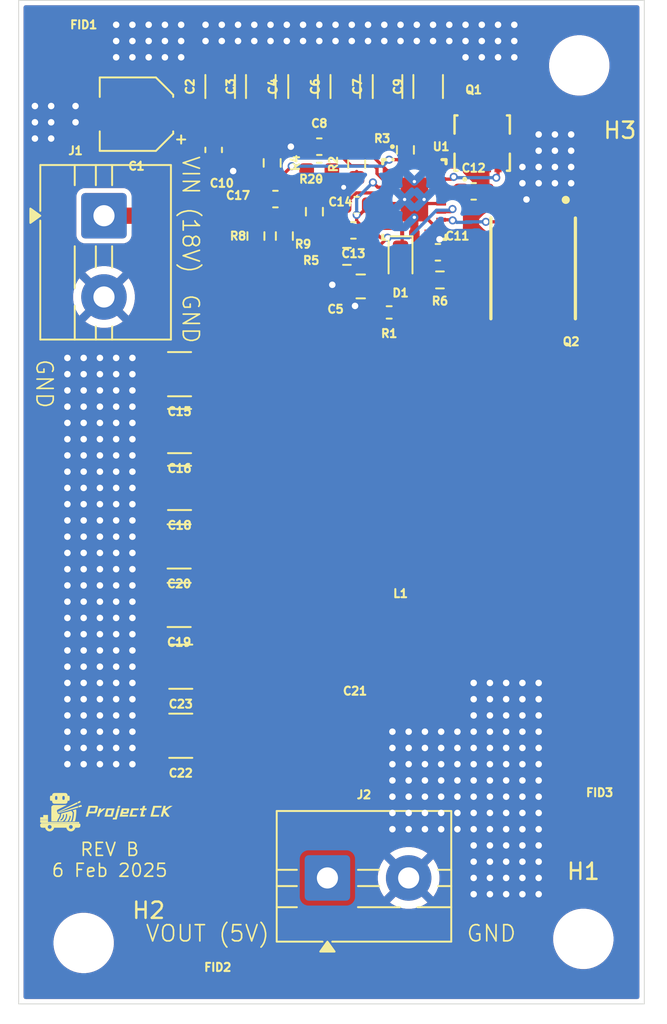
<source format=kicad_pcb>
(kicad_pcb (version 20241229) (generator "pcbnew") (generator_version "9.0")
  (title_block (title "18V to 5V 15A buck converter") (date "2026-02-06") (rev "B"))
  (layers (0 "F.Cu" signal) (4 "In1.Cu" signal) (6 "In2.Cu" signal) (2 "B.Cu" signal) (13 "F.Paste" user) (15 "B.Paste" user) (5 "F.SilkS" user "F.Silkscreen") (7 "B.SilkS" user "B.Silkscreen") (1 "F.Mask" user) (3 "B.Mask" user) (25 "Edge.Cuts" user))
  (net 0 "")
  (net 1 "GND")
  (net 2 "/BST")
  (net 3 "/SW")
  (net 4 "/VOUT")
  (net 5 "/SYNCIN")
  (net 6 "/ILIM")
  (net 7 "/SS")
  (net 8 "Net-(U1-COMP)")
  (net 9 "Net-(C17-Pad2)")
  (net 10 "/PGOOD")
  (net 11 "/LG")
  (net 12 "/HG")
  (net 13 "/RT")
  (net 17 "Net-(C13-Pad2)")
  (net 18 "Net-(U1-FB)")
  (net 19 "Net-(D1-A)")
  (net 20 "+18V")
  (net 21 "/EN")
  (net 22 "Net-(R20-Pad1)")
  (footprint "Capacitor_SMD:C_1206_3216Metric" (layer "F.Cu") (at 159.7 99.3 90)
    (property "Reference" "C7")
    (property "Value" "4.7 uF")
  )
  (footprint "TerminalBlock:TerminalBlock_MaiXu_MX126-5.0-02P_1x02_P5.00mm" (layer "F.Cu") (at 142.25 107.25 -90)
    (property "Reference" "J1")
    (property "Value" "Conn_01x02_Socket")
  )
  (footprint "MountingHole:MountingHole_3.2mm_M3" (layer "F.Cu") (at 171.5 98)
    (property "Reference" "H3")
    (property "Value" "MountingHole")
  )
  (footprint "Capacitor_SMD:C_0603_1608Metric" (layer "F.Cu") (at 157.6 108.15 180)
    (property "Reference" "C13")
    (property "Value" "4.7nF")
  )
  (footprint "Fiducial:Fiducial_1mm_Mask2mm" (layer "F.Cu") (at 139.5 97)
    (property "Reference" "FID1")
    (property "Value" "Fiducial")
  )
  (footprint "Capacitor_SMD:C_1206_3216Metric" (layer "F.Cu") (at 151.9 99.3 90)
    (property "Reference" "C3")
    (property "Value" "4.7 uF")
  )
  (footprint "MountingHole:MountingHole_3.2mm_M3" (layer "F.Cu") (at 141 152)
    (property "Reference" "H2")
    (property "Value" "MountingHole")
  )
  (footprint "Resistor_SMD:R_0603_1608Metric" (layer "F.Cu") (at 162.925 111.2)
    (property "Reference" "R6")
    (property "Value" "510Ω")
  )
  (footprint "Fiducial:Fiducial_1mm_Mask2mm" (layer "F.Cu") (at 172.75 144.75)
    (property "Reference" "FID3")
    (property "Value" "Fiducial")
  )
  (footprint "Capacitor_SMD:C_0805_2012Metric" (layer "F.Cu") (at 158.05 111.6)
    (property "Reference" "C5")
    (property "Value" "2.2 μF")
  )
  (footprint "Capacitor_SMD:C_0603_1608Metric" (layer "F.Cu") (at 162.8 109.5)
    (property "Reference" "C11")
    (property "Value" "10 pF")
  )
  (footprint "Capacitor_SMD:C_1210_3225Metric" (layer "F.Cu") (at 146.975 135 180)
    (property "Reference" "C23")
    (property "Value" "47 μF")
  )
  (footprint "Capacitor_SMD:C_0603_1608Metric" (layer "F.Cu") (at 165 105.75)
    (property "Reference" "C12")
    (property "Value" "0.1 μF")
  )
  (footprint "LOGO" (layer "F.Cu") (at 142.3285 143.5)
    (property "Reference" "G***" (hide yes))
    (property "Value" "LOGO" (hide yes))
  )
  (footprint "Capacitor_SMD:CP_Elec_4x5.4" (layer "F.Cu") (at 144.25 101 180)
    (property "Reference" "C1")
    (property "Value" "220 uF")
  )
  (footprint "Capacitor_SMD:C_0603_1608Metric" (layer "F.Cu") (at 149 103.2 90)
    (property "Reference" "C10")
    (property "Value" "0.1 μF")
  )
  (footprint "Resistor_SMD:R_0603_1608Metric" (layer "F.Cu") (at 151.6 108.5 -90)
    (property "Reference" "R8")
    (property "Value" "430Ω")
  )
  (footprint "Capacitor_SMD:C_1210_3225Metric" (layer "F.Cu") (at 146.9 124 180)
    (property "Reference" "C18")
    (property "Value" "47 μF")
  )
  (footprint "Capacitor_SMD:C_0603_1608Metric" (layer "F.Cu") (at 155.5 104.5)
    (property "Reference" "R20")
    (property "Value" "9.1kΩ")
  )
  (footprint "Buck_Footprint_Library:MS1770-3R3M" (layer "F.Cu") (at 159.8 121.8 180)
    (property "Reference" "L1")
    (property "Value" "3.3uH")
  )
  (footprint "Buck_Footprint_Library:WDFN8_511AB_ONS" (layer "F.Cu") (at 165.525001 102.78 90)
    (property "Reference" "Q1")
    (property "Value" "NVTFS5C670NLTAG")
  )
  (footprint "LED_SMD:LED_0603_1608Metric" (layer "F.Cu") (at 160.5 110 -90)
    (property "Reference" "D1")
    (property "Value" "R LED")
  )
  (footprint "Resistor_SMD:R_0603_1608Metric" (layer "F.Cu") (at 152.6 104 -90)
    (property "Reference" "R4")
    (property "Value" "4.7kΩ")
  )
  (footprint "Capacitor_SMD:C_1206_3216Metric" (layer "F.Cu") (at 149.4 99.3 90)
    (property "Reference" "C2")
    (property "Value" "4.7 uF")
  )
  (footprint "TerminalBlock:TerminalBlock_MaiXu_MX126-5.0-02P_1x02_P5.00mm" (layer "F.Cu") (at 156 148)
    (property "Reference" "J2")
    (property "Value" "Conn_01x02_Socket")
  )
  (footprint "Buck_Footprint_Library:RGY0020B" (layer "F.Cu") (at 161.350001 106.25)
    (property "Reference" "U1")
    (property "Value" "LM5146QRGYTQ1")
  )
  (footprint "Buck_Footprint_Library:INF-PG-TDSON-8-FL" (layer "F.Cu") (at 168.6604 110.475 -90)
    (property "Reference" "Q2")
    (property "Value" "BSC014N06NS")
  )
  (footprint "Resistor_SMD:R_0603_1608Metric" (layer "F.Cu") (at 157.2 109.75 180)
    (property "Reference" "R5")
    (property "Value" "4.3kΩ")
  )
  (footprint "Resistor_SMD:R_0402_1005Metric" (layer "F.Cu") (at 159.8 113.2)
    (property "Reference" "R1")
    (property "Value" "4.7 kΩ")
  )
  (footprint "Capacitor_SMD:C_1206_3216Metric" (layer "F.Cu") (at 162.2 99.3 90)
    (property "Reference" "C9")
    (property "Value" "4.7 uF")
  )
  (footprint "Capacitor_SMD:C_1210_3225Metric" (layer "F.Cu") (at 146.875 131.2 180)
    (property "Reference" "C19")
    (property "Value" "47 μF")
  )
  (footprint "Resistor_SMD:R_0603_1608Metric" (layer "F.Cu") (at 153.35 108.5 -90)
    (property "Reference" "R9")
    (property "Value" "22kΩ")
  )
  (footprint "MountingHole:MountingHole_3.2mm_M3" (layer "F.Cu") (at 171.75 151.75)
    (property "Reference" "H1")
    (property "Value" "MountingHole")
  )
  (footprint "Capacitor_SMD:C_1210_3225Metric" (layer "F.Cu") (at 146.975 139.25 180)
    (property "Reference" "C22")
    (property "Value" "47 μF")
  )
  (footprint "Capacitor_SMD:C_0603_1608Metric" (layer "F.Cu") (at 152.8 106.225 180)
    (property "Reference" "C17")
    (property "Value" "2.7nF")
  )
  (footprint "Capacitor_SMD:C_1210_3225Metric" (layer "F.Cu") (at 146.9 120.5 180)
    (property "Reference" "C16")
    (property "Value" "47 μF")
  )
  (footprint "Capacitor_SMD:C_0603_1608Metric" (layer "F.Cu") (at 155.5 103)
    (property "Reference" "C8")
    (property "Value" "1uF")
  )
  (footprint "Resistor_SMD:R_0603_1608Metric" (layer "F.Cu") (at 155.2 107 90)
    (property "Reference" "R7" (hide yes))
    (property "Value" "7.5 kΩ")
  )
  (footprint "Fiducial:Fiducial_1mm_Mask2mm" (layer "F.Cu") (at 146.75 153.7)
    (property "Reference" "FID2")
    (property "Value" "Fiducial")
  )
  (footprint "Capacitor_SMD:C_1210_3225Metric" (layer "F.Cu") (at 146.875 127.6 180)
    (property "Reference" "C20")
    (property "Value" "47 μF")
  )
  (footprint "Capacitor_SMD:C_1206_3216Metric" (layer "F.Cu") (at 154.5 99.3 90)
    (property "Reference" "C4")
    (property "Value" "4.7 uF")
  )
  (footprint "Resistor_SMD:R_0603_1608Metric" (layer "F.Cu") (at 160.8 103.2 90)
    (property "Reference" "R3")
    (property "Value" "49.9kΩ")
  )
  (footprint "Capacitor_SMD:C_1206_3216Metric" (layer "F.Cu") (at 157.1 99.3 90)
    (property "Reference" "C6")
    (property "Value" "4.7 uF")
  )
  (footprint "Buck_Footprint_Library:MA35V680M10X13" (layer "F.Cu") (at 157.7 137)
    (property "Reference" "C21")
    (property "Value" "680 µF")
  )
  (footprint "Capacitor_SMD:C_0603_1608Metric" (layer "F.Cu") (at 157.8 106.6 180)
    (property "Reference" "C14")
    (property "Value" "68pF")
  )
  (footprint "Capacitor_SMD:C_1210_3225Metric" (layer "F.Cu") (at 146.9 117 180)
    (property "Reference" "C15")
    (property "Value" "47 μF")
  )
  (footprint "Resistor_SMD:R_0603_1608Metric" (layer "F.Cu") (at 157.8 104.075 90)
    (property "Reference" "R2")
    (property "Value" "33kΩ")
  )
  (gr_circle (center 160 103) (end 159.95 103) (stroke (width 0.2)) (fill yes) (layer "F.SilkS"))
  (gr_circle (center 164.45 105) (end 164.4 105) (stroke (width 0.2)) (fill yes) (layer "F.SilkS"))
  (gr_line (start 137 94) (end 175.5 94) (stroke (width 0.05)) (layer "Edge.Cuts"))
  (gr_line (start 137 155.75) (end 137 94) (stroke (width 0.05)) (layer "Edge.Cuts"))
  (gr_line (start 175.5 155.75) (end 175.5 94) (stroke (width 0.05)) (layer "Edge.Cuts"))
  (gr_line (start 137 155.75) (end 175.5 155.75) (stroke (width 0.05)) (layer "Edge.Cuts"))
  (gr_text "VOUT (5V)" (at 144.75 152 0) (layer "F.SilkS") (effects (font (size 1 1) (thickness 0.1)) (justify left bottom)))
  (gr_text "VIN (18V)" (at 147 103.5 270) (layer "F.SilkS") (effects (font (size 1 1) (thickness 0.1)) (justify left bottom)))
  (gr_text "GND" (at 164.5 152 0) (layer "F.SilkS") (effects (font (size 1 1) (thickness 0.1)) (justify left bottom)))
  (gr_text "GND" (at 147 112 270) (layer "F.SilkS") (effects (font (size 1 1) (thickness 0.1)) (justify left bottom)))
  (gr_text "GND" (at 138 116 270) (layer "F.SilkS") (effects (font (size 1 1) (thickness 0.1)) (justify left bottom)))
  (gr_text "REV B\n6 Feb 2025" (at 142.6 148 0) (layer "F.SilkS") (effects (font (size 0.8 0.8) (thickness 0.1)) (justify bottom)))
  (segment (start 161.95 106.25) (end 161.95 106.750001) (width 0.2) (layer "F.Cu") (net 1))
  (segment (start 157.8 104.9) (end 157.6 104.9) (width 0.2) (layer "F.Cu") (net 1))
  (segment (start 157.725 112.225) (end 157.725 112.775) (width 1) (layer "F.Cu") (net 1))
  (segment (start 162.9 109.42) (end 162.98 109.5) (width 0.2) (layer "F.Cu") (net 1))
  (segment (start 157.6 104.9) (end 157 105.5) (width 0.2) (layer "F.Cu") (net 1))
  (segment (start 157.725 112.775) (end 157.7 112.8) (width 1) (layer "F.Cu") (net 1))
  (segment (start 163 108.000001) (end 162.599999 108.000001) (width 0.2) (layer "F.Cu") (net 1))
  (segment (start 149.525 104.5) (end 149 103.975) (width 0.2) (layer "F.Cu") (net 1))
  (segment (start 153.575 103.175) (end 153.75 103) (width 0.2) (layer "F.Cu") (net 1))
  (segment (start 157 111.5) (end 157.725 112.225) (width 1) (layer "F.Cu") (net 1))
  (segment (start 141.95 101.5) (end 142.45 101) (width 1) (layer "F.Cu") (net 1))
  (segment (start 163 106.5) (end 161.600001 106.5) (width 0.2) (layer "F.Cu") (net 1))
  (segment (start 160.750002 106.25) (end 160.750002 105.749999) (width 0.2) (layer "F.Cu") (net 1))
  (segment (start 161.350001 105.650001) (end 161.95 106.25) (width 0.2) (layer "F.Cu") (net 1))
  (segment (start 157.8 104.525) (end 157.8 104.9) (width 0.2) (layer "F.Cu") (net 1))
  (segment (start 156.3 111.5) (end 157 111.5) (width 1) (layer "F.Cu") (net 1))
  (segment (start 161.350001 105.15) (end 161.350001 105.650001) (width 0.2) (layer "F.Cu") (net 1))
  (segment (start 159.700002 106.500002) (end 160.5 106.500002) (width 0.2) (layer "F.Cu") (net 1))
  (segment (start 140.5 101.5) (end 141.95 101.5) (width 1) (layer "F.Cu") (net 1))
  (segment (start 162.9 108.7) (end 162.9 109.42) (width 0.2) (layer "F.Cu") (net 1))
  (segment (start 163 108.000001) (end 162.599998 108.000001) (width 0.2) (layer "F.Cu") (net 1))
  (segment (start 156.3 109.7625) (end 156.2875 109.75) (width 1) (layer "F.Cu") (net 1))
  (segment (start 156.3 111.5) (end 156.3 109.7625) (width 1) (layer "F.Cu") (net 1))
  (segment (start 150.2 104.5) (end 149.525 104.5) (width 0.2) (layer "F.Cu") (net 1))
  (segment (start 160.5 106.500002) (end 160.750002 106.25) (width 0.2) (layer "F.Cu") (net 1))
  (segment (start 161.600001 106.5) (end 161.350001 106.25) (width 0.2) (layer "F.Cu") (net 1))
  (segment (start 161.350001 106.64148) (end 161.350001 106.25) (width 0.2) (layer "F.Cu") (net 1))
  (segment (start 163 108.000001) (end 163 108.6) (width 0.2) (layer "F.Cu") (net 1))
  (segment (start 150.2 104.5) (end 151.525 103.175) (width 0.2) (layer "F.Cu") (net 1))
  (segment (start 152.6 103.175) (end 153.575 103.175) (width 0.2) (layer "F.Cu") (net 1))
  (segment (start 153.75 103) (end 154.725 103) (width 0.2) (layer "F.Cu") (net 1))
  (segment (start 160.750002 106.750001) (end 161.350001 107.35) (width 0.2) (layer "F.Cu") (net 1))
  (segment (start 163 107.999999) (end 162.70852 107.999999) (width 0.2) (layer "F.Cu") (net 1))
  (segment (start 162.70852 107.999999) (end 161.350001 106.64148) (width 0.2) (layer "F.Cu") (net 1))
  (segment (start 157.7 112.8) (end 157.7 111.8) (width 1) (layer "F.Cu") (net 1))
  (segment (start 162.98 109.5) (end 163.575 109.5) (width 0.2) (layer "F.Cu") (net 1))
  (segment (start 160.750002 105.749999) (end 161.350001 105.15) (width 0.2) (layer "F.Cu") (net 1))
  (segment (start 163 108.6) (end 162.9 108.7) (width 0.2) (layer "F.Cu") (net 1))
  (segment (start 160.750002 106.25) (end 160.750002 106.750001) (width 0.2) (layer "F.Cu") (net 1))
  (segment (start 161.95 106.750001) (end 161.350001 107.35) (width 0.2) (layer "F.Cu") (net 1))
  (segment (start 161.099999 106.500002) (end 161.350001 106.25) (width 0.2) (layer "F.Cu") (net 1))
  (segment (start 140.5 100.5) (end 141.95 100.5) (width 1) (layer "F.Cu") (net 1))
  (segment (start 151.525 103.175) (end 152.6 103.175) (width 0.2) (layer "F.Cu") (net 1))
  (segment (start 141.95 100.5) (end 142.45 101) (width 1) (layer "F.Cu") (net 1))
  (via (at 143 137) (size 0.8) (drill 0.4) (layers "F.Cu" "B.Cu") (net 1))
  (via (at 162 143) (size 0.8) (drill 0.4) (layers "F.Cu" "B.Cu") (net 1))
  (via (at 162 140) (size 0.8) (drill 0.4) (layers "F.Cu" "B.Cu") (net 1))
  (via (at 140 141) (size 0.8) (drill 0.4) (layers "F.Cu" "B.Cu") (net 1))
  (via (at 169 147) (size 0.8) (drill 0.4) (layers "F.Cu" "B.Cu") (net 1))
  (via (at 142 126) (size 0.8) (drill 0.4) (layers "F.Cu" "B.Cu") (net 1))
  (via (at 143 117) (size 0.8) (drill 0.4) (layers "F.Cu" "B.Cu") (net 1))
  (via (at 142 132) (size 0.8) (drill 0.4) (layers "F.Cu" "B.Cu") (net 1))
  (via (at 150.5 96.5) (size 0.8) (drill 0.4) (layers "F.Cu" "B.Cu") (net 1))
  (via (at 164.5 97.5) (size 0.8) (drill 0.4) (layers "F.Cu" "B.Cu") (net 1))
  (via (at 139 101.5) (size 0.8) (drill 0.4) (layers "F.Cu" "B.Cu") (net 1))
  (via (at 142 116) (size 0.8) (drill 0.4) (layers "F.Cu" "B.Cu") (net 1))
  (via (at 140 131) (size 0.8) (drill 0.4) (layers "F.Cu" "B.Cu") (net 1))
  (via (at 140 123) (size 0.8) (drill 0.4) (layers "F.Cu" "B.Cu") (net 1))
  (via (at 169 145) (size 0.8) (drill 0.4) (layers "F.Cu" "B.Cu") (net 1))
  (via (at 142 117) (size 0.8) (drill 0.4) (layers "F.Cu" "B.Cu") (net 1))
  (via (at 143 119) (size 0.8) (drill 0.4) (layers "F.Cu" "B.Cu") (net 1))
  (via (at 140 121) (size 0.8) (drill 0.4) (layers "F.Cu" "B.Cu") (net 1))
  (via (at 138 102.5) (size 0.8) (drill 0.4) (layers "F.Cu" "B.Cu") (net 1))
  (via (at 144 130) (size 0.8) (drill 0.4) (layers "F.Cu" "B.Cu") (net 1))
  (via (at 167 149) (size 0.8) (drill 0.4) (layers "F.Cu" "B.Cu") (net 1))
  (via (at 164 139) (size 0.8) (drill 0.4) (layers "F.Cu" "B.Cu") (net 1))
  (via (at 161 145) (size 0.8) (drill 0.4) (layers "F.Cu" "B.Cu") (net 1))
  (via (at 157 105.5) (size 0.5) (drill 0.3) (layers "F.Cu" "B.Cu") (net 1))
  (via (at 150.2 104.5) (size 0.8) (drill 0.4) (layers "F.Cu" "B.Cu") (net 1))
  (via (at 165 138) (size 0.8) (drill 0.4) (layers "F.Cu" "B.Cu") (net 1))
  (via (at 165 142) (size 0.8) (drill 0.4) (layers "F.Cu" "B.Cu") (net 1))
  (via (at 153.75 103) (size 0.8) (drill 0.4) (layers "F.Cu" "B.Cu") (net 1))
  (via (at 140 133) (size 0.8) (drill 0.4) (layers "F.Cu" "B.Cu") (net 1))
  (via (at 140 126) (size 0.8) (drill 0.4) (layers "F.Cu" "B.Cu") (net 1))
  (via (at 144 125) (size 0.8) (drill 0.4) (layers "F.Cu" "B.Cu") (net 1))
  (via (at 166 145) (size 0.8) (drill 0.4) (layers "F.Cu" "B.Cu") (net 1))
  (via (at 143 123) (size 0.8) (drill 0.4) (layers "F.Cu" "B.Cu") (net 1))
  (via (at 164 143) (size 0.8) (drill 0.4) (layers "F.Cu" "B.Cu") (net 1))
  (via (at 143 96.5) (size 0.8) (drill 0.4) (layers "F.Cu" "B.Cu") (net 1))
  (via (at 161 142) (size 0.8) (drill 0.4) (layers "F.Cu" "B.Cu") (net 1))
  (via (at 167 144) (size 0.8) (drill 0.4) (layers "F.Cu" "B.Cu") (net 1))
  (via (at 140 117) (size 0.8) (drill 0.4) (layers "F.Cu" "B.Cu") (net 1))
  (via (at 167 136) (size 0.8) (drill 0.4) (layers "F.Cu" "B.Cu") (net 1))
  (via (at 162 145) (size 0.8) (drill 0.4) (layers "F.Cu" "B.Cu") (net 1))
  (via (at 143 136) (size 0.8) (drill 0.4) (layers "F.Cu" "B.Cu") (net 1))
  (via (at 143 120) (size 0.8) (drill 0.4) (layers "F.Cu" "B.Cu") (net 1))
  (via (at 140 118) (size 0.8) (drill 0.4) (layers "F.Cu" "B.Cu") (net 1))
  (via (at 162 139) (size 0.8) (drill 0.4) (layers "F.Cu" "B.Cu") (net 1))
  (via (at 150.5 95.5) (size 0.8) (drill 0.4) (layers "F.Cu" "B.Cu") (net 1))
  (via (at 143 95.5) (size 0.8) (drill 0.4) (layers "F.Cu" "B.Cu") (net 1))
  (via (at 167.5 96.5) (size 0.8) (drill 0.4) (layers "F.Cu" "B.Cu") (net 1))
  (via (at 171 103.25) (size 0.8) (drill 0.4) (layers "F.Cu" "B.Cu") (net 1))
  (via (at 141 134) (size 0.8) (drill 0.4) (layers "F.Cu" "B.Cu") (net 1))
  (via (at 143 135) (size 0.8) (drill 0.4) (layers "F.Cu" "B.Cu") (net 1))
  (via (at 142 131) (size 0.8) (drill 0.4) (layers "F.Cu" "B.Cu") (net 1))
  (via (at 141 123) (size 0.8) (drill 0.4) (layers "F.Cu" "B.Cu") (net 1))
  (via (at 165 141) (size 0.8) (drill 0.4) (layers "F.Cu" "B.Cu") (net 1))
  (via (at 169 143) (size 0.8) (drill 0.4) (layers "F.Cu" "B.Cu") (net 1))
  (via (at 144 137) (size 0.8) (drill 0.4) (layers "F.Cu" "B.Cu") (net 1))
  (via (at 160 144) (size 0.8) (drill 0.4) (layers "F.Cu" "B.Cu") (net 1))
  (via (at 144 97.5) (size 0.8) (drill 0.4) (layers "F.Cu" "B.Cu") (net 1))
  (via (at 140 128) (size 0.8) (drill 0.4) (layers "F.Cu" "B.Cu") (net 1))
  (via (at 140 122) (size 0.8) (drill 0.4) (layers "F.Cu" "B.Cu") (net 1))
  (via (at 143 124) (size 0.8) (drill 0.4) (layers "F.Cu" "B.Cu") (net 1))
  (via (at 145 95.5) (size 0.8) (drill 0.4) (layers "F.Cu" "B.Cu") (net 1))
  (via (at 163 144) (size 0.8) (drill 0.4) (layers "F.Cu" "B.Cu") (net 1))
  (via (at 165 140) (size 0.8) (drill 0.4) (layers "F.Cu" "B.Cu") (net 1))
  (via (at 144 96.5) (size 0.8) (drill 0.4) (layers "F.Cu" "B.Cu") (net 1))
  (via (at 139 102.5) (size 0.8) (drill 0.4) (layers "F.Cu" "B.Cu") (net 1))
  (via (at 142 133) (size 0.8) (drill 0.4) (layers "F.Cu" "B.Cu") (net 1))
  (via (at 141 127) (size 0.8) (drill 0.4) (layers "F.Cu" "B.Cu") (net 1))
  (via (at 169 104.25) (size 0.8) (drill 0.4) (layers "F.Cu" "B.Cu") (net 1))
  (via (at 159.5 96.5) (size 0.8) (drill 0.4) (layers "F.Cu" "B.Cu") (net 1))
  (via (at 168 136) (size 0.8) (drill 0.4) (layers "F.Cu" "B.Cu") (net 1))
  (via (at 140 125) (size 0.8) (drill 0.4) (layers "F.Cu" "B.Cu") (net 1))
  (via (at 162 142) (size 0.8) (drill 0.4) (layers "F.Cu" "B.Cu") (net 1))
  (via (at 142 138) (size 0.8) (drill 0.4) (layers "F.Cu" "B.Cu") (net 1))
  (via (at 141 122) (size 0.8) (drill 0.4) (layers "F.Cu" "B.Cu") (net 1))
  (via (at 165.5 96.5) (size 0.8) (drill 0.4) (layers "F.Cu" "B.Cu") (net 1))
  (via (at 144 123) (size 0.8) (drill 0.4) (layers "F.Cu" "B.Cu") (net 1))
  (via (at 143 134) (size 0.8) (drill 0.4) (layers "F.Cu" "B.Cu") (net 1))
  (via (at 142 129) (size 0.8) (drill 0.4) (layers "F.Cu" "B.Cu") (net 1))
  (via (at 141 135) (size 0.8) (drill 0.4) (layers "F.Cu" "B.Cu") (net 1))
  (via (at 157.7 112.8) (size 0.8) (drill 0.4) (layers "F.Cu" "B.Cu") (net 1))
  (via (at 168 140) (size 0.8) (drill 0.4) (layers "F.Cu" "B.Cu") (net 1))
  (via (at 147 96.5) (size 0.8) (drill 0.4) (layers "F.Cu" "B.Cu") (net 1))
  (via (at 161 143) (size 0.8) (drill 0.4) (layers "F.Cu" "B.Cu") (net 1))
  (via (at 141 141) (size 0.8) (drill 0.4) (layers "F.Cu" "B.Cu") (net 1))
  (via (at 167 143) (size 0.8) (drill 0.4) (layers "F.Cu" "B.Cu") (net 1))
  (via (at 153.5 95.5) (size 0.8) (drill 0.4) (layers "F.Cu" "B.Cu") (net 1))
  (via (at 143 129) (size 0.8) (drill 0.4) (layers "F.Cu" "B.Cu") (net 1))
  (via (at 144 139) (size 0.8) (drill 0.4) (layers "F.Cu" "B.Cu") (net 1))
  (via (at 169 103.25) (size 0.8) (drill 0.4) (layers "F.Cu" "B.Cu") (net 1))
  (via (at 144 135) (size 0.8) (drill 0.4) (layers "F.Cu" "B.Cu") (net 1))
  (via (at 168 146) (size 0.8) (drill 0.4) (layers "F.Cu" "B.Cu") (net 1))
  (via (at 166 143) (size 0.8) (drill 0.4) (layers "F.Cu" "B.Cu") (net 1))
  (via (at 144 131) (size 0.8) (drill 0.4) (layers "F.Cu" "B.Cu") (net 1))
  (via (at 166 147) (size 0.8) (drill 0.4) (layers "F.Cu" "B.Cu") (net 1))
  (via (at 169 136) (size 0.8) (drill 0.4) (layers "F.Cu" "B.Cu") (net 1))
  (via (at 141 138) (size 0.8) (drill 0.4) (layers "F.Cu" "B.Cu") (net 1))
  (via (at 164 145) (size 0.8) (drill 0.4) (layers "F.Cu" "B.Cu") (net 1))
  (via (at 140 124) (size 0.8) (drill 0.4) (layers "F.Cu" "B.Cu") (net 1))
  (via (at 147 97.5) (size 0.8) (drill 0.4) (layers "F.Cu" "B.Cu") (net 1))
  (via (at 169 149) (size 0.8) (drill 0.4) (layers "F.Cu" "B.Cu") (net 1))
  (via (at 169 142) (size 0.8) (drill 0.4) (layers "F.Cu" "B.Cu") (net 1))
  (via (at 166 140) (size 0.8) (drill 0.4) (layers "F.Cu" "B.Cu") (net 1))
  (via (at 148.5 96.5) (size 0.8) (drill 0.4) (layers "F.Cu" "B.Cu") (net 1))
  (via (at 140.5 101.5) (size 0.8) (drill 0.4) (layers "F.Cu" "B.Cu") (net 1))
  (via (at 165 144) (size 0.8) (drill 0.4) (layers "F.Cu" "B.Cu") (net 1))
  (via (at 161.5 96.5) (size 0.8) (drill 0.4) (layers "F.Cu" "B.Cu") (net 1))
  (via (at 142 140) (size 0.8) (drill 0.4) (layers "F.Cu" "B.Cu") (net 1))
  (via (at 169 105.25) (size 0.8) (drill 0.4) (layers "F.Cu" "B.Cu") (net 1))
  (via (at 140 135) (size 0.8) (drill 0.4) (layers "F.Cu" "B.Cu") (net 1))
  (via (at 138 100.5) (size 0.8) (drill 0.4) (layers "F.Cu" "B.Cu") (net 1))
  (via (at 141 128) (size 0.8) (drill 0.4) (layers "F.Cu" "B.Cu") (net 1))
  (via (at 144 127) (size 0.8) (drill 0.4) (layers "F.Cu" "B.Cu") (net 1))
  (via (at 165 148) (size 0.8) (drill 0.4) (layers "F.Cu" "B.Cu") (net 1))
  (via (at 162.5 95.5) (size 0.8) (drill 0.4) (layers "F.Cu" "B.Cu") (net 1))
  (via (at 167.5 95.5) (size 0.8) (drill 0.4) (layers "F.Cu" "B.Cu") (net 1))
  (via (at 145 97.5) (size 0.8) (drill 0.4) (layers "F.Cu" "B.Cu") (net 1))
  (via (at 163 141) (size 0.8) (drill 0.4) (layers "F.Cu" "B.Cu") (net 1))
  (via (at 160 143) (size 0.8) (drill 0.4) (layers "F.Cu" "B.Cu") (net 1))
  (via (at 166 136) (size 0.8) (drill 0.4) (layers "F.Cu" "B.Cu") (net 1))
  (via (at 161 139) (size 0.8) (drill 0.4) (layers "F.Cu" "B.Cu") (net 1))
  (via (at 141 133) (size 0.8) (drill 0.4) (layers "F.Cu" "B.Cu") (net 1))
  (via (at 144 120) (size 0.8) (drill 0.4) (layers "F.Cu" "B.Cu") (net 1))
  (via (at 141 116) (size 0.8) (drill 0.4) (layers "F.Cu" "B.Cu") (net 1))
  (via (at 166.5 96.5) (size 0.8) (drill 0.4) (layers "F.Cu" "B.Cu") (net 1))
  (via (at 170 102.25) (size 0.8) (drill 0.4) (layers "F.Cu" "B.Cu") (net 1))
  (via (at 168 145) (size 0.8) (drill 0.4) (layers "F.Cu" "B.Cu") (net 1))
  (via (at 168 105.25) (size 0.8) (drill 0.4) (layers "F.Cu" "B.Cu") (net 1))
  (via (at 142 139) (size 0.8) (drill 0.4) (layers "F.Cu" "B.Cu") (net 1))
  (via (at 167.5 97.5) (size 0.8) (drill 0.4) (layers "F.Cu" "B.Cu") (net 1))
  (via (at 144 132) (size 0.8) (drill 0.4) (layers "F.Cu" "B.Cu") (net 1))
  (via (at 141 117) (size 0.8) (drill 0.4) (layers "F.Cu" "B.Cu") (net 1))
  (via (at 148.5 95.5) (size 0.8) (drill 0.4) (layers "F.Cu" "B.Cu") (net 1))
  (via (at 142 130) (size 0.8) (drill 0.4) (layers "F.Cu" "B.Cu") (net 1))
  (via (at 145 96.5) (size 0.8) (drill 0.4) (layers "F.Cu" "B.Cu") (net 1))
  (via (at 143 133) (size 0.8) (drill 0.4) (layers "F.Cu" "B.Cu") (net 1))
  (via (at 143 140) (size 0.8) (drill 0.4) (layers "F.Cu" "B.Cu") (net 1))
  (via (at 143 127) (size 0.8) (drill 0.4) (layers "F.Cu" "B.Cu") (net 1))
  (via (at 140 139) (size 0.8) (drill 0.4) (layers "F.Cu" "B.Cu") (net 1))
  (via (at 142 136) (size 0.8) (drill 0.4) (layers "F.Cu" "B.Cu") (net 1))
  (via (at 168 138) (size 0.8) (drill 0.4) (layers "F.Cu" "B.Cu") (net 1))
  (via (at 142 134) (size 0.8) (drill 0.4) (layers "F.Cu" "B.Cu") (net 1))
  (via (at 147 95.5) (size 0.8) (drill 0.4) (layers "F.Cu" "B.Cu") (net 1))
  (via (at 144 124) (size 0.8) (drill 0.4) (layers "F.Cu" "B.Cu") (net 1))
  (via (at 163 142) (size 0.8) (drill 0.4) (layers "F.Cu" "B.Cu") (net 1))
  (via (at 149.5 96.5) (size 0.8) (drill 0.4) (layers "F.Cu" "B.Cu") (net 1))
  (via (at 160 142) (size 0.8) (drill 0.4) (layers "F.Cu" "B.Cu") (net 1))
  (via (at 146 95.5) (size 0.8) (drill 0.4) (layers "F.Cu" "B.Cu") (net 1))
  (via (at 168 147) (size 0.8) (drill 0.4) (layers "F.Cu" "B.Cu") (net 1))
  (via (at 143 125) (size 0.8) (drill 0.4) (layers "F.Cu" "B.Cu") (net 1))
  (via (at 164 142) (size 0.8) (drill 0.4) (layers "F.Cu" "B.Cu") (net 1))
  (via (at 155.5 96.5) (size 0.8) (drill 0.4) (layers "F.Cu" "B.Cu") (net 1))
  (via (at 168 141) (size 0.8) (drill 0.4) (layers "F.Cu" "B.Cu") (net 1))
  (via (at 142 141) (size 0.8) (drill 0.4) (layers "F.Cu" "B.Cu") (net 1))
  (via (at 144 141) (size 0.8) (drill 0.4) (layers "F.Cu" "B.Cu") (net 1))
  (via (at 144 117) (size 0.8) (drill 0.4) (layers "F.Cu" "B.Cu") (net 1))
  (via (at 142 118) (size 0.8) (drill 0.4) (layers "F.Cu" "B.Cu") (net 1))
  (via (at 141 125) (size 0.8) (drill 0.4) (layers "F.Cu" "B.Cu") (net 1))
  (via (at 142 128) (size 0.8) (drill 0.4) (layers "F.Cu" "B.Cu") (net 1))
  (via (at 171 104.25) (size 0.8) (drill 0.4) (layers "F.Cu" "B.Cu") (net 1))
  (via (at 167 138) (size 0.8) (drill 0.4) (layers "F.Cu" "B.Cu") (net 1))
  (via (at 142 120) (size 0.8) (drill 0.4) (layers "F.Cu" "B.Cu") (net 1))
  (via (at 162.9 108.7) (size 0.8) (drill 0.4) (layers "F.Cu" "B.Cu") (net 1))
  (via (at 163 140) (size 0.8) (drill 0.4) (layers "F.Cu" "B.Cu") (net 1))
  (via (at 169 141) (size 0.8) (drill 0.4) (layers "F.Cu" "B.Cu") (net 1))
  (via (at 165.5 97.5) (size 0.8) (drill 0.4) (layers "F.Cu" "B.Cu") (net 1))
  (via (at 166 138) (size 0.8) (drill 0.4) (layers "F.Cu" "B.Cu") (net 1))
  (via (at 168 144) (size 0.8) (drill 0.4) (layers "F.Cu" "B.Cu") (net 1))
  (via (at 154.5 96.5) (size 0.8) (drill 0.4) (layers "F.Cu" "B.Cu") (net 1))
  (via (at 141 130) (size 0.8) (drill 0.4) (layers "F.Cu" "B.Cu") (net 1))
  (via (at 138 101.5) (size 0.8) (drill 0.4) (layers "F.Cu" "B.Cu") (net 1))
  (via (at 165 143) (size 0.8) (drill 0.4) (layers "F.Cu" "B.Cu") (net 1))
  (via (at 171 105.25) (size 0.8) (drill 0.4) (layers "F.Cu" "B.Cu") (net 1))
  (via (at 140 137) (size 0.8) (drill 0.4) (layers "F.Cu" "B.Cu") (net 1))
  (via (at 141 139) (size 0.8) (drill 0.4) (layers "F.Cu" "B.Cu") (net 1))
  (via (at 166 141) (size 0.8) (drill 0.4) (layers "F.Cu" "B.Cu") (net 1))
  (via (at 139 100.5) (size 0.8) (drill 0.4) (layers "F.Cu" "B.Cu") (net 1))
  (via (at 165 146) (size 0.8) (drill 0.4) (layers "F.Cu" "B.Cu") (net 1))
  (via (at 163 139) (size 0.8) (drill 0.4) (layers "F.Cu" "B.Cu") (net 1))
  (via (at 162 141) (size 0.8) (drill 0.4) (layers "F.Cu" "B.Cu") (net 1))
  (via (at 161 144) (size 0.8) (drill 0.4) (layers "F.Cu" "B.Cu") (net 1))
  (via (at 163.5 95.5) (size 0.8) (drill 0.4) (layers "F.Cu" "B.Cu") (net 1))
  (via (at 144 121) (size 0.8) (drill 0.4) (layers "F.Cu" "B.Cu") (net 1))
  (via (at 144 118) (size 0.8) (drill 0.4) (layers "F.Cu" "B.Cu") (net 1))
  (via (at 152.5 95.5) (size 0.8) (drill 0.4) (layers "F.Cu" "B.Cu") (net 1))
  (via (at 144 129) (size 0.8) (drill 0.4) (layers "F.Cu" "B.Cu") (net 1))
  (via (at 141 121) (size 0.8) (drill 0.4) (layers "F.Cu" "B.Cu") (net 1))
  (via (at 154.5 95.5) (size 0.8) (drill 0.4) (layers "F.Cu" "B.Cu") (net 1))
  (via (at 166 139) (size 0.8) (drill 0.4) (layers "F.Cu" "B.Cu") (net 1))
  (via (at 141 140) (size 0.8) (drill 0.4) (layers "F.Cu" "B.Cu") (net 1))
  (via (at 168 137) (size 0.8) (drill 0.4) (layers "F.Cu" "B.Cu") (net 1))
  (via (at 164 144) (size 0.8) (drill 0.4) (layers "F.Cu" "B.Cu") (net 1))
  (via (at 143 122) (size 0.8) (drill 0.4) (layers "F.Cu" "B.Cu") (net 1))
  (via (at 141 136) (size 0.8) (drill 0.4) (layers "F.Cu" "B.Cu") (net 1))
  (via (at 165 149) (size 0.8) (drill 0.4) (layers "F.Cu" "B.Cu") (net 1))
  (via (at 169 138) (size 0.8) (drill 0.4) (layers "F.Cu" "B.Cu") (net 1))
  (via (at 143 141) (size 0.8) (drill 0.4) (layers "F.Cu" "B.Cu") (net 1))
  (via (at 166 146) (size 0.8) (drill 0.4) (layers "F.Cu" "B.Cu") (net 1))
  (via (at 167 139) (size 0.8) (drill 0.4) (layers "F.Cu" "B.Cu") (net 1))
  (via (at 164.5 95.5) (size 0.8) (drill 0.4) (layers "F.Cu" "B.Cu") (net 1))
  (via (at 143 126) (size 0.8) (drill 0.4) (layers "F.Cu" "B.Cu") (net 1))
  (via (at 149.5 95.5) (size 0.8) (drill 0.4) (layers "F.Cu" "B.Cu") (net 1))
  (via (at 169 146) (size 0.8) (drill 0.4) (layers "F.Cu" "B.Cu") (net 1))
  (via (at 166 142) (size 0.8) (drill 0.4) (layers "F.Cu" "B.Cu") (net 1))
  (via (at 160 141) (size 0.8) (drill 0.4) (layers "F.Cu" "B.Cu") (net 1))
  (via (at 165 147) (size 0.8) (drill 0.4) (layers "F.Cu" "B.Cu") (net 1))
  (via (at 141 118) (size 0.8) (drill 0.4) (layers "F.Cu" "B.Cu") (net 1))
  (via (at 156.5 96.5) (size 0.8) (drill 0.4) (layers "F.Cu" "B.Cu") (net 1))
  (via (at 167 147) (size 0.8) (drill 0.4) (layers "F.Cu" "B.Cu") (net 1))
  (via (at 167 137) (size 0.8) (drill 0.4) (layers "F.Cu" "B.Cu") (net 1))
  (via (at 142 119) (size 0.8) (drill 0.4) (layers "F.Cu" "B.Cu") (net 1))
  (via (at 161.5 95.5) (size 0.8) (drill 0.4) (layers "F.Cu" "B.Cu") (net 1))
  (via (at 165.5 95.5) (size 0.8) (drill 0.4) (layers "F.Cu" "B.Cu") (net 1))
  (via (at 167 146) (size 0.8) (drill 0.4) (layers "F.Cu" "B.Cu") (net 1))
  (via (at 142 122) (size 0.8) (drill 0.4) (layers "F.Cu" "B.Cu") (net 1))
  (via (at 143 118) (size 0.8) (drill 0.4) (layers "F.Cu" "B.Cu") (net 1))
  (via (at 156.3 111.5) (size 0.8) (drill 0.4) (layers "F.Cu" "B.Cu") (net 1))
  (via (at 168 104.25) (size 0.8) (drill 0.4) (layers "F.Cu" "B.Cu") (net 1))
  (via (at 157.5 95.5) (size 0.8) (drill 0.4) (layers "F.Cu" "B.Cu") (net 1))
  (via (at 156.5 95.5) (size 0.8) (drill 0.4) (layers "F.Cu" "B.Cu") (net 1))
  (via (at 167 141) (size 0.8) (drill 0.4) (layers "F.Cu" "B.Cu") (net 1))
  (via (at 160 139) (size 0.8) (drill 0.4) (layers "F.Cu" "B.Cu") (net 1))
  (via (at 142 127) (size 0.8) (drill 0.4) (layers "F.Cu" "B.Cu") (net 1))
  (via (at 163 143) (size 0.8) (drill 0.4) (layers "F.Cu" "B.Cu") (net 1))
  (via (at 164 141) (size 0.8) (drill 0.4) (layers "F.Cu" "B.Cu") (net 1))
  (via (at 170 104.25) (size 0.8) (drill 0.4) (layers "F.Cu" "B.Cu") (net 1))
  (via (at 169 137) (size 0.8) (drill 0.4) (layers "F.Cu" "B.Cu") (net 1))
  (via (at 143 128) (size 0.8) (drill 0.4) (layers "F.Cu" "B.Cu") (net 1))
  (via (at 151.5 95.5) (size 0.8) (drill 0.4) (layers "F.Cu" "B.Cu") (net 1))
  (via (at 166 149) (size 0.8) (drill 0.4) (layers "F.Cu" "B.Cu") (net 1))
  (via (at 141 132) (size 0.8) (drill 0.4) (layers "F.Cu" "B.Cu") (net 1))
  (via (at 168 148) (size 0.8) (drill 0.4) (layers "F.Cu" "B.Cu") (net 1))
  (via (at 144 95.5) (size 0.8) (drill 0.4) (layers "F.Cu" "B.Cu") (net 1))
  (via (at 165 139) (size 0.8) (drill 0.4) (layers "F.Cu" "B.Cu") (net 1))
  (via (at 169 148) (size 0.8) (drill 0.4) (layers "F.Cu" "B.Cu") (net 1))
  (via (at 163.5 96.5) (size 0.8) (drill 0.4) (layers "F.Cu" "B.Cu") (net 1))
  (via (at 140 134) (size 0.8) (drill 0.4) (layers "F.Cu" "B.Cu") (net 1))
  (via (at 158.5 95.5) (size 0.8) (drill 0.4) (layers "F.Cu" "B.Cu") (net 1))
  (via (at 144 119) (size 0.8) (drill 0.4) (layers "F.Cu" "B.Cu") (net 1))
  (via (at 141 129) (size 0.8) (drill 0.4) (layers "F.Cu" "B.Cu") (net 1))
  (via (at 141 137) (size 0.8) (drill 0.4) (layers "F.Cu" "B.Cu") (net 1))
  (via (at 140.5 100.5) (size 0.8) (drill 0.4) (layers "F.Cu" "B.Cu") (net 1))
  (via (at 170 105.25) (size 0.8) (drill 0.4) (layers "F.Cu" "B.Cu") (net 1))
  (via (at 163 145) (size 0.8) (drill 0.4) (layers "F.Cu" "B.Cu") (net 1))
  (via (at 164.5 96.5) (size 0.8) (drill 0.4) (layers "F.Cu" "B.Cu") (net 1))
  (via (at 142 137) (size 0.8) (drill 0.4) (layers "F.Cu" "B.Cu") (net 1))
  (via (at 143 131) (size 0.8) (drill 0.4) (layers "F.Cu" "B.Cu") (net 1))
  (via (at 159.5 95.5) (size 0.8) (drill 0.4) (layers "F.Cu" "B.Cu") (net 1))
  (via (at 167 142) (size 0.8) (drill 0.4) (layers "F.Cu" "B.Cu") (net 1))
  (via (at 144 138) (size 0.8) (drill 0.4) (layers "F.Cu" "B.Cu") (net 1))
  (via (at 142 125) (size 0.8) (drill 0.4) (layers "F.Cu" "B.Cu") (net 1))
  (via (at 157.5 96.5) (size 0.8) (drill 0.4) (layers "F.Cu" "B.Cu") (net 1))
  (via (at 167 140) (size 0.8) (drill 0.4) (layers "F.Cu" "B.Cu") (net 1))
  (via (at 144 128) (size 0.8) (drill 0.4) (layers "F.Cu" "B.Cu") (net 1))
  (via (at 170 103.25) (size 0.8) (drill 0.4) (layers "F.Cu" "B.Cu") (net 1))
  (via (at 160.5 96.5) (size 0.8) (drill 0.4) (layers "F.Cu" "B.Cu") (net 1))
  (via (at 168 149) (size 0.8) (drill 0.4) (layers "F.Cu" "B.Cu") (net 1))
  (via (at 169 140) (size 0.8) (drill 0.4) (layers "F.Cu" "B.Cu") (net 1))
  (via (at 162.5 96.5) (size 0.8) (drill 0.4) (layers "F.Cu" "B.Cu") (net 1))
  (via (at 140 132) (size 0.8) (drill 0.4) (layers "F.Cu" "B.Cu") (net 1))
  (via (at 162 144) (size 0.8) (drill 0.4) (layers "F.Cu" "B.Cu") (net 1))
  (via (at 142 123) (size 0.8) (drill 0.4) (layers "F.Cu" "B.Cu") (net 1))
  (via (at 144 140) (size 0.8) (drill 0.4) (layers "F.Cu" "B.Cu") (net 1))
  (via (at 141 120) (size 0.8) (drill 0.4) (layers "F.Cu" "B.Cu") (net 1))
  (via (at 141 124) (size 0.8) (drill 0.4) (layers "F.Cu" "B.Cu") (net 1))
  (via (at 160 140) (size 0.8) (drill 0.4) (layers "F.Cu" "B.Cu") (net 1))
  (via (at 142 135) (size 0.8) (drill 0.4) (layers "F.Cu" "B.Cu") (net 1))
  (via (at 167 148) (size 0.8) (drill 0.4) (layers "F.Cu" "B.Cu") (net 1))
  (via (at 153.5 96.5) (size 0.8) (drill 0.4) (layers "F.Cu" "B.Cu") (net 1))
  (via (at 166.5 97.5) (size 0.8) (drill 0.4) (layers "F.Cu" "B.Cu") (net 1))
  (via (at 165 145) (size 0.8) (drill 0.4) (layers "F.Cu" "B.Cu") (net 1))
  (via (at 166.5 95.5) (size 0.8) (drill 0.4) (layers "F.Cu" "B.Cu") (net 1))
  (via (at 144 122) (size 0.8) (drill 0.4) (layers "F.Cu" "B.Cu") (net 1))
  (via (at 169 144) (size 0.8) (drill 0.4) (layers "F.Cu" "B.Cu") (net 1))
  (via (at 140 136) (size 0.8) (drill 0.4) (layers "F.Cu" "B.Cu") (net 1))
  (via (at 144 134) (size 0.8) (drill 0.4) (layers "F.Cu" "B.Cu") (net 1))
  (via (at 160.5 95.5) (size 0.8) (drill 0.4) (layers "F.Cu" "B.Cu") (net 1))
  (via (at 140 119) (size 0.8) (drill 0.4) (layers "F.Cu" "B.Cu") (net 1))
  (via (at 143 116) (size 0.8) (drill 0.4) (layers "F.Cu" "B.Cu") (net 1))
  (via (at 158.5 96.5) (size 0.8) (drill 0.4) (layers "F.Cu" "B.Cu") (net 1))
  (via (at 171 102.25) (size 0.8) (drill 0.4) (layers "F.Cu" "B.Cu") (net 1))
  (via (at 144 136) (size 0.8) (drill 0.4) (layers "F.Cu" "B.Cu") (net 1))
  (via (at 146 97.5) (size 0.8) (drill 0.4) (layers "F.Cu" "B.Cu") (net 1))
  (via (at 143 121) (size 0.8) (drill 0.4) (layers "F.Cu" "B.Cu") (net 1))
  (via (at 166 137) (size 0.8) (drill 0.4) (layers "F.Cu" "B.Cu") (net 1))
  (via (at 143 132) (size 0.8) (drill 0.4) (layers "F.Cu" "B.Cu") (net 1))
  (via (at 160 145) (size 0.8) (drill 0.4) (layers "F.Cu" "B.Cu") (net 1))
  (via (at 140 127) (size 0.8) (drill 0.4) (layers "F.Cu" "B.Cu") (net 1))
  (via (at 167 145) (size 0.8) (drill 0.4) (layers "F.Cu" "B.Cu") (net 1))
  (via (at 143 97.5) (size 0.8) (drill 0.4) (layers "F.Cu" "B.Cu") (net 1))
  (via (at 151.5 96.5) (size 0.8) (drill 0.4) (layers "F.Cu" "B.Cu") (net 1))
  (via (at 168 143) (size 0.8) (drill 0.4) (layers "F.Cu" "B.Cu") (net 1))
  (via (at 142 124) (size 0.8) (drill 0.4) (layers "F.Cu" "B.Cu") (net 1))
  (via (at 141 131) (size 0.8) (drill 0.4) (layers "F.Cu" "B.Cu") (net 1))
  (via (at 161 140) (size 0.8) (drill 0.4) (layers "F.Cu" "B.Cu") (net 1))
  (via (at 166 144) (size 0.8) (drill 0.4) (layers "F.Cu" "B.Cu") (net 1))
  (via (at 152.5 96.5) (size 0.8) (drill 0.4) (layers "F.Cu" "B.Cu") (net 1))
  (via (at 164 140) (size 0.8) (drill 0.4) (layers "F.Cu" "B.Cu") (net 1))
  (via (at 166 148) (size 0.8) (drill 0.4) (layers "F.Cu" "B.Cu") (net 1))
  (via (at 144 133) (size 0.8) (drill 0.4) (layers "F.Cu" "B.Cu") (net 1))
  (via (at 144 116) (size 0.8) (drill 0.4) (layers "F.Cu" "B.Cu") (net 1))
  (via (at 169 139) (size 0.8) (drill 0.4) (layers "F.Cu" "B.Cu") (net 1))
  (via (at 143 138) (size 0.8) (drill 0.4) (layers "F.Cu" "B.Cu") (net 1))
  (via (at 161 141) (size 0.8) (drill 0.4) (layers "F.Cu" "B.Cu") (net 1))
  (via (at 140 120) (size 0.8) (drill 0.4) (layers "F.Cu" "B.Cu") (net 1))
  (via (at 165 136) (size 0.8) (drill 0.4) (layers "F.Cu" "B.Cu") (net 1))
  (via (at 143 130) (size 0.8) (drill 0.4) (layers "F.Cu" "B.Cu") (net 1))
  (via (at 146 96.5) (size 0.8) (drill 0.4) (layers "F.Cu" "B.Cu") (net 1))
  (via (at 142 121) (size 0.8) (drill 0.4) (layers "F.Cu" "B.Cu") (net 1))
  (via (at 168 139) (size 0.8) (drill 0.4) (layers "F.Cu" "B.Cu") (net 1))
  (via (at 140 116) (size 0.8) (drill 0.4) (layers "F.Cu" "B.Cu") (net 1))
  (via (at 169 102.25) (size 0.8) (drill 0.4) (layers "F.Cu" "B.Cu") (net 1))
  (via (at 143 139) (size 0.8) (drill 0.4) (layers "F.Cu" "B.Cu") (net 1))
  (via (at 141 126) (size 0.8) (drill 0.4) (layers "F.Cu" "B.Cu") (net 1))
  (via (at 140 130) (size 0.8) (drill 0.4) (layers "F.Cu" "B.Cu") (net 1))
  (via (at 144 126) (size 0.8) (drill 0.4) (layers "F.Cu" "B.Cu") (net 1))
  (via (at 165 137) (size 0.8) (drill 0.4) (layers "F.Cu" "B.Cu") (net 1))
  (via (at 155.5 95.5) (size 0.8) (drill 0.4) (layers "F.Cu" "B.Cu") (net 1))
  (via (at 141 119) (size 0.8) (drill 0.4) (layers "F.Cu" "B.Cu") (net 1))
  (via (at 140 138) (size 0.8) (drill 0.4) (layers "F.Cu" "B.Cu") (net 1))
  (via (at 168.25 106.25) (size 0.8) (drill 0.4) (layers "F.Cu" "B.Cu") (net 1))
  (via (at 168 142) (size 0.8) (drill 0.4) (layers "F.Cu" "B.Cu") (net 1))
  (via (at 140 140) (size 0.8) (drill 0.4) (layers "F.Cu" "B.Cu") (net 1))
  (via (at 140 129) (size 0.8) (drill 0.4) (layers "F.Cu" "B.Cu") (net 1))
  (segment (start 163.975001 105.500001) (end 164.225 105.75) (width 0.2) (layer "F.Cu") (net 2))
  (segment (start 163 105.500001) (end 163.975001 105.500001) (width 0.2) (layer "F.Cu") (net 2))
  (segment (start 164.550002 104.25) (end 164.507754 104.207752) (width 0.6) (layer "F.Cu") (net 3))
  (segment (start 165.4 106.4) (end 165.4 106.714) (width 1) (layer "F.Cu") (net 3))
  (segment (start 165.865 114.5) (end 169.865 114.5) (width 1) (layer "F.Cu") (net 3))
  (segment (start 164.7 104.25) (end 165.2 104.75) (width 0.4) (layer "F.Cu") (net 3))
  (segment (start 167.2 113.45) (end 167.2 121.2) (width 1) (layer "F.Cu") (net 3))
  (segment (start 165.850002 104.25) (end 165.3875 104.712502) (width 0.4) (layer "F.Cu") (net 3))
  (segment (start 164.550002 104.25) (end 164.550002 104.525002) (width 0.4) (layer "F.Cu") (net 3))
  (segment (start 164.550002 104.525002) (end 165.2 105.175) (width 0.4) (layer "F.Cu") (net 3))
  (segment (start 167.2 121.2) (end 167.8 121.8) (width 1) (layer "F.Cu") (net 3))
  (segment (start 168.53 113.45) (end 168.53 121.07) (width 1) (layer "F.Cu") (net 3))
  (segment (start 165.026 106.026) (end 165.375 106.375) (width 0.4) (layer "F.Cu") (net 3))
  (segment (start 164.550002 104.25) (end 164.7 104.25) (width 0.4) (layer "F.Cu") (net 3))
  (segment (start 165.2 105.175) (end 165.3875 105.3625) (width 0.6) (layer "F.Cu") (net 3))
  (segment (start 163.75 110.75) (end 163.75 111.335) (width 1) (layer "F.Cu") (net 3))
  (segment (start 168.53 121.07) (end 167.8 121.8) (width 1) (layer "F.Cu") (net 3))
  (segment (start 163.8 110.7) (end 163.75 110.75) (width 0.6) (layer "F.Cu") (net 3))
  (segment (start 165.865 113.45) (end 169.865 113.45) (width 1) (layer "F.Cu") (net 3))
  (segment (start 165.375 106.375) (end 165.4 106.4) (width 1) (layer "F.Cu") (net 3))
  (segment (start 165.372651 108.536) (end 165.4 108.536) (width 1) (layer "F.Cu") (net 3))
  (segment (start 164.550002 104.25) (end 165.7831 104.25) (width 0.6) (layer "F.Cu") (net 3))
  (segment (start 165.2 105.175) (end 165.026 105.349) (width 0.4) (layer "F.Cu") (net 3))
  (segment (start 163.25 104.25) (end 164.550002 104.25) (width 0.2) (layer "F.Cu") (net 3))
  (segment (start 165.775 105.75) (end 165.775 105.975) (width 1) (layer "F.Cu") (net 3))
  (segment (start 164.839 107.247651) (end 164.839 108.002349) (width 1) (layer "F.Cu") (net 3))
  (segment (start 165.775 104.325002) (end 165.775 105.75) (width 0.4) (layer "F.Cu") (net 3))
  (segment (start 165.850002 104.25) (end 165.775 104.325002) (width 0.4) (layer "F.Cu") (net 3))
  (segment (start 164.839 108.002349) (end 165.372651 108.536) (width 1) (layer "F.Cu") (net 3))
  (segment (start 169.865 113.45) (end 169.865 114) (width 1) (layer "F.Cu") (net 3))
  (segment (start 163.75 111.335) (end 165.865 113.45) (width 1) (layer "F.Cu") (net 3))
  (segment (start 165.3875 104.712502) (end 165.3875 105.3625) (width 0.4) (layer "F.Cu") (net 3))
  (segment (start 165.2 104.25) (end 165.2 104.75) (width 0.6) (layer "F.Cu") (net 3))
  (segment (start 165.4 108.536) (end 165.4 110.2) (width 1) (layer "F.Cu") (net 3))
  (segment (start 165.2 104.75) (end 165.2 105.175) (width 0.6) (layer "F.Cu") (net 3))
  (segment (start 169.865 114.5) (end 169.865 119.735) (width 1) (layer "F.Cu") (net 3))
  (segment (start 165.026 105.724) (end 165.026 106.026) (width 0.4) (layer "F.Cu") (net 3))
  (segment (start 165.4 110.2) (end 164.85 110.75) (width 1) (layer "F.Cu") (net 3))
  (segment (start 169.865 119.735) (end 167.8 121.8) (width 1) (layer "F.Cu") (net 3))
  (segment (start 165.4 106.714) (end 165.372651 106.714) (width 1) (layer "F.Cu") (net 3))
  (segment (start 165.865 114) (end 169.865 114) (width 1) (layer "F.Cu") (net 3))
  (segment (start 165.026 105.349) (end 165.026 105.724) (width 0.4) (layer "F.Cu") (net 3))
  (segment (start 164.85 110.75) (end 163.75 110.75) (width 1) (layer "F.Cu") (net 3))
  (segment (start 169.865 114) (end 169.865 114.5) (width 1) (layer "F.Cu") (net 3))
  (segment (start 165.775 105.975) (end 165.375 106.375) (width 1) (layer "F.Cu") (net 3))
  (segment (start 163 104.5) (end 163.25 104.25) (width 0.2) (layer "F.Cu") (net 3))
  (segment (start 165.372651 106.714) (end 164.839 107.247651) (width 1) (layer "F.Cu") (net 3))
  (segment (start 165.3875 105.3625) (end 165.775 105.75) (width 0.6) (layer "F.Cu") (net 3))
  (segment (start 165.3875 105.3625) (end 165.026 105.724) (width 0.4) (layer "F.Cu") (net 3))
  (segment (start 159.173003 107.500002) (end 159.700002 107.500002) (width 0.2) (layer "F.Cu") (net 5))
  (segment (start 163 107) (end 163.534605 107) (width 0.2) (layer "F.Cu") (net 5))
  (segment (start 163.534605 107) (end 163.696157 106.838448) (width 0.2) (layer "F.Cu") (net 5))
  (segment (start 159.099003 108.426) (end 159.099003 107.574002) (width 0.2) (layer "F.Cu") (net 5))
  (segment (start 159.7 108.6) (end 159 109.3) (width 0.2) (layer "F.Cu") (net 5))
  (segment (start 159.7 108.6) (end 159.273003 108.6) (width 0.2) (layer "F.Cu") (net 5))
  (segment (start 159 112.91) (end 159.29 113.2) (width 0.2) (layer "F.Cu") (net 5))
  (segment (start 159 109.3) (end 159 111.6) (width 0.2) (layer "F.Cu") (net 5))
  (segment (start 159.099003 107.574002) (end 159.173003 107.500002) (width 0.2) (layer "F.Cu") (net 5))
  (segment (start 159.273003 108.6) (end 159.099003 108.426) (width 0.2) (layer "F.Cu") (net 5))
  (segment (start 159 111.6) (end 159 112.91) (width 0.2) (layer "F.Cu") (net 5))
  (segment (start 163.593978 107) (end 163.682329 106.911649) (width 0.2) (layer "F.Cu") (net 5))
  (via (at 159.7 108.6) (size 0.5) (drill 0.3) (layers "F.Cu" "B.Cu") (net 5))
  (via (at 163.696157 106.838448) (size 0.5) (drill 0.3) (layers "F.Cu" "B.Cu") (net 5))
  (segment (start 162.713352 106.911649) (end 161.025001 108.6) (width 0.2) (layer "B.Cu") (net 5))
  (segment (start 161.025001 108.6) (end 159.7 108.6) (width 0.2) (layer "B.Cu") (net 5))
  (segment (start 163.682329 106.911649) (end 162.713352 106.911649) (width 0.2) (layer "B.Cu") (net 5))
  (segment (start 162.02 109.5) (end 162.02 110.67) (width 0.2) (layer "F.Cu") (net 6))
  (segment (start 162.100002 109.419998) (end 162.02 109.5) (width 0.2) (layer "F.Cu") (net 6))
  (segment (start 162.02 110.67) (end 162.1 110.75) (width 0.2) (layer "F.Cu") (net 6))
  (segment (start 162.100002 108.400003) (end 162.100002 109.419998) (width 0.2) (layer "F.Cu") (net 6))
  (segment (start 158.5 104.2) (end 158.474 104.174) (width 0.2) (layer "F.Cu") (net 7))
  (segment (start 159.051807 104.348193) (end 158.903613 104.2) (width 0.2) (layer "F.Cu") (net 7))
  (segment (start 157.449 104.174) (end 156.275 103) (width 0.2) (layer "F.Cu") (net 7))
  (segment (start 159.700002 105) (end 159.4 105) (width 0.2) (layer "F.Cu") (net 7))
  (segment (start 159.4 105) (end 159.051807 104.651807) (width 0.2) (layer "F.Cu") (net 7))
  (segment (start 159.051807 104.651807) (end 159.051807 104.348193) (width 0.2) (layer "F.Cu") (net 7))
  (segment (start 158.474 104.174) (end 157.449 104.174) (width 0.2) (layer "F.Cu") (net 7))
  (segment (start 158.903613 104.2) (end 158.5 104.2) (width 0.2) (layer "F.Cu") (net 7))
  (segment (start 158.575 106.4) (end 158.575 107.75) (width 0.2) (layer "F.Cu") (net 8))
  (segment (start 157.975 107.2) (end 158.575 106.6) (width 0.2) (layer "F.Cu") (net 8))
  (segment (start 157.8 107.2) (end 157.975 107.2) (width 0.2) (layer "F.Cu") (net 8))
  (segment (start 157.8 107.2) (end 157.8 107.575) (width 0.2) (layer "F.Cu") (net 8))
  (segment (start 159.700002 105.500002) (end 159.100002 105.500002) (width 0.2) (layer "F.Cu") (net 8))
  (segment (start 157.8 107.575) (end 158.375 108.15) (width 0.2) (layer "F.Cu") (net 8))
  (segment (start 158.75 106.725) (end 158.725 106.75) (width 0.2) (layer "F.Cu") (net 8))
  (segment (start 158.575 107.75) (end 158.375 107.95) (width 0.2) (layer "F.Cu") (net 8))
  (segment (start 158.575 106.4) (end 158.575 106.198004) (width 0.2) (layer "F.Cu") (net 8))
  (segment (start 159.100002 105.500002) (end 158.8 105.2) (width 0.2) (layer "F.Cu") (net 8))
  (via (at 158.8 105.2) (size 0.5) (drill 0.3) (layers "F.Cu" "B.Cu") (net 8))
  (via (at 157.8 107.2) (size 0.5) (drill 0.3) (layers "F.Cu" "B.Cu") (net 8))
  (segment (start 158.8 105.2) (end 157.8 106.2) (width 0.2) (layer "B.Cu") (net 8))
  (segment (start 157.8 106.2) (end 157.8 107.2) (width 0.2) (layer "B.Cu") (net 8))
  (segment (start 151.75 106.5) (end 152.025 106.225) (width 0.2) (layer "F.Cu") (net 9))
  (segment (start 151.75 107.525) (end 151.75 106.5) (width 0.2) (layer "F.Cu") (net 9))
  (segment (start 151.6 107.675) (end 151.75 107.525) (width 0.2) (layer "F.Cu") (net 9))
  (segment (start 160.6 108.400003) (end 160.6 109.415) (width 0.2) (layer "F.Cu") (net 10))
  (segment (start 160.6 109.415) (end 160.5 109.515) (width 0.2) (layer "F.Cu") (net 10))
  (segment (start 163.000002 107.5) (end 163 107.500002) (width 0.2) (layer "F.Cu") (net 11))
  (segment (start 166.7558 107.625) (end 165.75 107.625) (width 0.2) (layer "F.Cu") (net 11))
  (segment (start 163 107.500002) (end 163.668106 107.500002) (width 0.2) (layer "F.Cu") (net 11))
  (segment (start 163.668106 107.500002) (end 163.706476 107.538372) (width 0.2) (layer "F.Cu") (net 11))
  (via (at 165.75 107.625) (size 0.5) (drill 0.3) (layers "F.Cu" "B.Cu") (net 11))
  (via (at 163.706476 107.538372) (size 0.5) (drill 0.3) (layers "F.Cu" "B.Cu") (net 11))
  (segment (start 164.532475 107.625) (end 164.5 107.657475) (width 0.2) (layer "B.Cu") (net 11))
  (segment (start 164.5 107.657475) (end 163.957475 107.657475) (width 0.2) (layer "B.Cu") (net 11))
  (segment (start 165.75 107.625) (end 164.532475 107.625) (width 0.2) (layer "B.Cu") (net 11))
  (segment (start 164.857475 107.657475) (end 164.5 107.657475) (width 0.2) (layer "B.Cu") (net 11))
  (segment (start 163.957475 107.657475) (end 163.8 107.5) (width 0.2) (layer "B.Cu") (net 11))
  (segment (start 166.5 104.8) (end 166.4 104.9) (width 0.2) (layer "F.Cu") (net 12))
  (segment (start 163.633102 105.000002) (end 163.772965 104.860139) (width 0.2) (layer "F.Cu") (net 12))
  (segment (start 166.5 104.25) (end 166.5 104.8) (width 0.2) (layer "F.Cu") (net 12))
  (segment (start 163.693958 105.000002) (end 163.785208 104.908752) (width 0.2) (layer "F.Cu") (net 12))
  (segment (start 163 105.000002) (end 163.633102 105.000002) (width 0.2) (layer "F.Cu") (net 12))
  (via (at 163.772965 104.860139) (size 0.5) (drill 0.3) (layers "F.Cu" "B.Cu") (net 12))
  (via (at 166.391248 104.908752) (size 0.5) (drill 0.3) (layers "F.Cu" "B.Cu") (net 12))
  (segment (start 163.785208 104.908752) (end 166.391248 104.908752) (width 0.2) (layer "B.Cu") (net 12))
  (segment (start 166.4 104.9) (end 166.391248 104.908752) (width 0.2) (layer "B.Cu") (net 12))
  (segment (start 158.450001 103.25) (end 159.700002 104.500001) (width 0.2) (layer "F.Cu") (net 13))
  (segment (start 157.8 103.25) (end 158.450001 103.25) (width 0.2) (layer "F.Cu") (net 13))
  (segment (start 156.5 107.825) (end 156.825 108.15) (width 0.2) (layer "F.Cu") (net 17))
  (segment (start 155.2 107.825) (end 156.5 107.825) (width 0.2) (layer "F.Cu") (net 17))
  (segment (start 156.275 105.65) (end 157.025 106.4) (width 0.2) (layer "F.Cu") (net 18))
  (segment (start 158.025 109.75) (end 157.151 108.876) (width 0.2) (layer "F.Cu") (net 18))
  (segment (start 157.777996 105.847004) (end 159.047007 105.847004) (width 0.2) (layer "F.Cu") (net 18))
  (segment (start 156.275 104.5) (end 156.275 105.65) (width 0.2) (layer "F.Cu") (net 18))
  (segment (start 153.35 106.45) (end 153.575 106.225) (width 0.2) (layer "F.Cu") (net 18))
  (segment (start 153.575 106.225) (end 154.176 106.826) (width 0.2) (layer "F.Cu") (net 18))
  (segment (start 157.025 106.4) (end 157.418352 106.4) (width 0.2) (layer "F.Cu") (net 18))
  (segment (start 154.176 106.826) (end 156.599 106.826) (width 0.2) (layer "F.Cu") (net 18))
  (segment (start 154.551 108.876) (end 153.35 107.675) (width 0.2) (layer "F.Cu") (net 18))
  (segment (start 157.025 106.6) (end 157.777996 105.847004) (width 0.2) (layer "F.Cu") (net 18))
  (segment (start 153.35 107.675) (end 153.35 106.45) (width 0.2) (layer "F.Cu") (net 18))
  (segment (start 156.599 106.826) (end 157.025 106.4) (width 0.2) (layer "F.Cu") (net 18))
  (segment (start 157.151 108.876) (end 154.551 108.876) (width 0.2) (layer "F.Cu") (net 18))
  (segment (start 159.047007 105.847004) (end 159.200003 106) (width 0.2) (layer "F.Cu") (net 18))
  (segment (start 159.200003 106) (end 159.700002 106) (width 0.2) (layer "F.Cu") (net 18))
  (segment (start 160.5 113.01) (end 160.31 113.2) (width 0.2) (layer "F.Cu") (net 19))
  (segment (start 160.5 110.7875) (end 160.5 113.01) (width 0.2) (layer "F.Cu") (net 19))
  (segment (start 146.05 105.35) (end 146.05 101) (width 1) (layer "F.Cu") (net 20))
  (segment (start 144.15 107.25) (end 146.05 105.35) (width 1) (layer "F.Cu") (net 20))
  (segment (start 142.25 107.25) (end 144.15 107.25) (width 1) (layer "F.Cu") (net 20))
  (segment (start 162.100002 104.100001) (end 162.100002 100.874998) (width 0.6) (layer "F.Cu") (net 20))
  (segment (start 162.100002 100.874998) (end 162.2 100.775) (width 0.6) (layer "F.Cu") (net 20))
  (segment (start 152.6 104.825) (end 153.175 104.825) (width 0.2) (layer "F.Cu") (net 21))
  (segment (start 160.575 103.8) (end 160.8 104.025) (width 0.2) (layer "F.Cu") (net 21))
  (segment (start 159.8 103.8) (end 160.575 103.8) (width 0.2) (layer "F.Cu") (net 21))
  (segment (start 153.175 104.825) (end 153.8 104.2) (width 0.2) (layer "F.Cu") (net 21))
  (via (at 159.8 103.8) (size 0.5) (drill 0.3) (layers "F.Cu" "B.Cu") (net 21))
  (via (at 153.8 104.2) (size 0.5) (drill 0.3) (layers "F.Cu" "B.Cu") (net 21))
  (segment (start 153.8 104.2) (end 159.4 104.2) (width 0.2) (layer "B.Cu") (net 21))
  (segment (start 159.4 104.2) (end 159.8 103.8) (width 0.2) (layer "B.Cu") (net 21))
  (segment (start 154.725 105.7) (end 155.2 106.175) (width 0.2) (layer "F.Cu") (net 22))
  (segment (start 154.725 104.5) (end 154.725 105.7) (width 0.2) (layer "F.Cu") (net 22))
  (zone (net 4) (net_name "/VOUT") (layer "F.Cu") (priority 6) (connect_pads yes (clearance 0.5)) (min_thickness 0.25) (fill yes (thermal_gap 0.5) (thermal_bridge_width 0.5))
    (polygon (pts (xy 147.25 113.75) (xy 147.25 150.5) (xy 158.25 150.5) (xy 158.25 113.75)))
  )
  (zone (net 4) (net_name "/VOUT") (layer "F.Cu") (priority 9) (connect_pads yes (clearance 0.5)) (min_thickness 0.25) (fill yes (thermal_gap 0.5) (thermal_bridge_width 0.5))
    (polygon (pts (xy 150.8 108.606706) (xy 154.2 108.606706) (xy 154.2 114.306706) (xy 150.8 114.306706)))
  )
  (zone (net 20) (net_name "+18V") (layer "F.Cu") (priority 2) (connect_pads yes (clearance 0.5)) (min_thickness 0.25) (fill yes (thermal_gap 0.5) (thermal_bridge_width 0.5))
    (polygon (pts (xy 144.5 99.9) (xy 168 99.9) (xy 168 102.5) (xy 144.5 102.5)))
  )
  (zone (net 1) (net_name "GND") (layers "F.Cu" "B.Cu" "In1.Cu" "In2.Cu") (connect_pads (clearance 0.3)) (min_thickness 0.25) (fill yes (thermal_gap 0.5) (thermal_bridge_width 0.5))
    (polygon (pts (xy 137 94) (xy 137 155.75) (xy 175.5 155.75) (xy 175.5 94)))
  )
)
</source>
